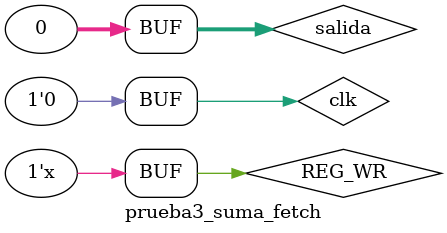
<source format=sv>
`timescale 1ns / 1ps


module prueba3_suma_fetch( );

//PC
logic [31:0] PC_OutSum;
logic [31:0] PC;
logic clk = 0;
PC regPC(PC,PC_OutSum,clk);

//memoria de instrucciones
logic [31:0] i; //instrucción
memoriainstrucciones nextInst(.Din(PC),.Dout(i));

//sumador de PC
add4 addPC(PC,PC_OutSum);


logic [31:0] salida = 0;
logic REG_WR = 0;
//i= 0000000 5'b2 5'b1 000 5'b3 0110011
//0000000 11100 11100 000 00110 01100 11
//intrucción: add
//opcode: 0110011
//funct3: 000 
//funct7: 0000000

//Al salir la intruccion de la memoria de instrucciones, entra a la etapa de ID
wire [6:0] opcode;
wire [4:0] rs1;
wire [4:0] rs2;
wire [4:0] rd;
wire [2:0] funct3;
wire [6:0] funct7;
wire [11:0] imm;
if_id_buffer ID(i,opcode,rs1,rs2,rd,funct3,funct7,imm);

//banco de registros
wire [31:0] DOA;
wire [31:0] DOB;
wire [31:0] DI;
reg_bank b_registros(DOA, DOB, DI, rs1, rs2, rd, clk, REG_WR);

//extension de signo
wire [31:0]imm_ex;
s_ext Ext_Signo(imm,imm_ex);

//mux escoge ente imm y rs2
wire [31:0]B;
Mux_B muxB(i[5],DOB,imm_ex,B);

//ALU
wire cero;
SUM_zero ALU(DOA,B,DI,cero);


initial begin
#10
clk =  ! clk;
#10
clk =  ! clk;
#10
clk =  ! clk;
#10
clk =  ! clk;
#10
clk =  ! clk;
#10
clk =  ! clk;
#10
clk =  ! clk;
#10
clk =  ! clk;
#10
clk =  ! clk;
#10
clk =  ! clk;
#10
clk =  ! clk;
#10
clk =  ! clk;
#10
clk =  ! clk;
#10
clk =  ! clk;
#10
clk =  ! clk;
#10
clk =  ! clk;
#10
clk =  ! clk;
#10
clk =  ! clk;
#10
clk =  ! clk;
#10
clk =  ! clk;
end
always begin
#10
REG_WR = !clk;
end
endmodule
</source>
